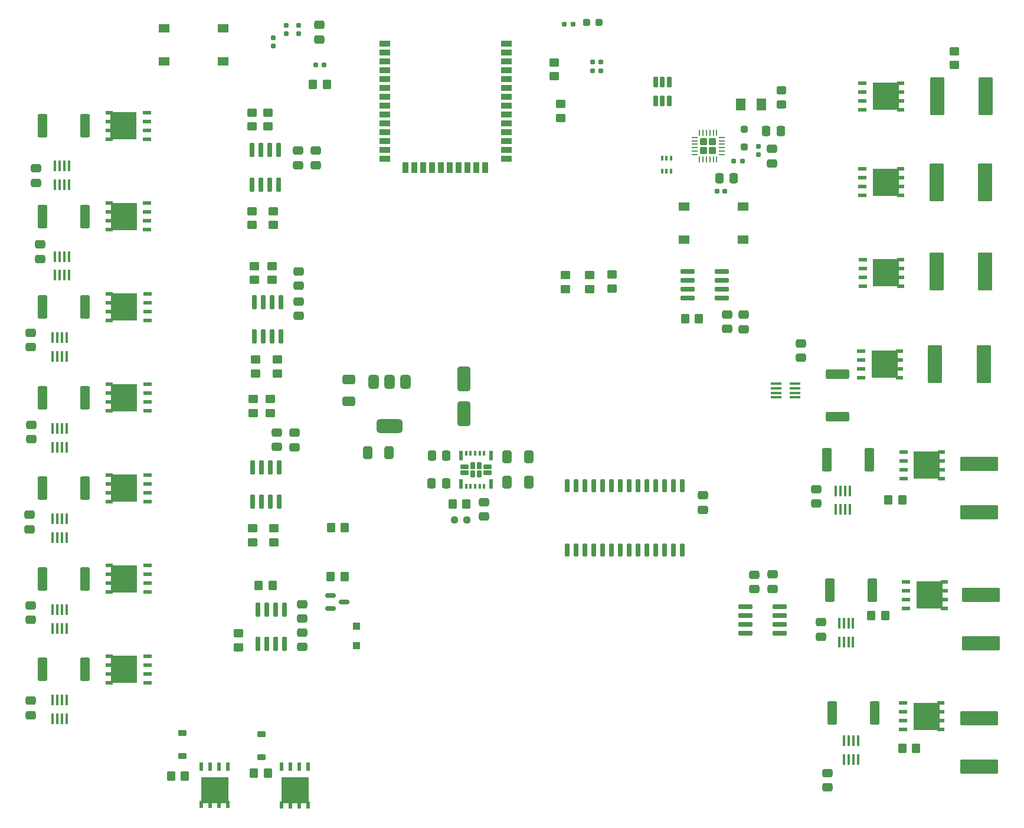
<source format=gbr>
%TF.GenerationSoftware,KiCad,Pcbnew,8.0.1*%
%TF.CreationDate,2025-12-10T18:54:55+01:00*%
%TF.ProjectId,PowerBox2.2 KICAD,506f7765-7242-46f7-9832-2e32204b4943,rev?*%
%TF.SameCoordinates,Original*%
%TF.FileFunction,Paste,Top*%
%TF.FilePolarity,Positive*%
%FSLAX46Y46*%
G04 Gerber Fmt 4.6, Leading zero omitted, Abs format (unit mm)*
G04 Created by KiCad (PCBNEW 8.0.1) date 2025-12-10 18:54:55*
%MOMM*%
%LPD*%
G01*
G04 APERTURE LIST*
G04 Aperture macros list*
%AMRoundRect*
0 Rectangle with rounded corners*
0 $1 Rounding radius*
0 $2 $3 $4 $5 $6 $7 $8 $9 X,Y pos of 4 corners*
0 Add a 4 corners polygon primitive as box body*
4,1,4,$2,$3,$4,$5,$6,$7,$8,$9,$2,$3,0*
0 Add four circle primitives for the rounded corners*
1,1,$1+$1,$2,$3*
1,1,$1+$1,$4,$5*
1,1,$1+$1,$6,$7*
1,1,$1+$1,$8,$9*
0 Add four rect primitives between the rounded corners*
20,1,$1+$1,$2,$3,$4,$5,0*
20,1,$1+$1,$4,$5,$6,$7,0*
20,1,$1+$1,$6,$7,$8,$9,0*
20,1,$1+$1,$8,$9,$2,$3,0*%
G04 Aperture macros list end*
%ADD10RoundRect,0.100000X-0.100000X0.225000X-0.100000X-0.225000X0.100000X-0.225000X0.100000X0.225000X0*%
%ADD11RoundRect,0.249999X-0.450001X-1.425001X0.450001X-1.425001X0.450001X1.425001X-0.450001X1.425001X0*%
%ADD12RoundRect,0.162500X-0.162500X0.617500X-0.162500X-0.617500X0.162500X-0.617500X0.162500X0.617500X0*%
%ADD13RoundRect,0.250000X-0.450000X0.350000X-0.450000X-0.350000X0.450000X-0.350000X0.450000X0.350000X0*%
%ADD14RoundRect,0.250000X0.350000X0.450000X-0.350000X0.450000X-0.350000X-0.450000X0.350000X-0.450000X0*%
%ADD15RoundRect,0.250000X0.450000X-0.350000X0.450000X0.350000X-0.450000X0.350000X-0.450000X-0.350000X0*%
%ADD16RoundRect,0.225000X-0.375000X0.225000X-0.375000X-0.225000X0.375000X-0.225000X0.375000X0.225000X0*%
%ADD17RoundRect,0.160000X-0.197500X-0.160000X0.197500X-0.160000X0.197500X0.160000X-0.197500X0.160000X0*%
%ADD18RoundRect,0.155000X-0.155000X0.212500X-0.155000X-0.212500X0.155000X-0.212500X0.155000X0.212500X0*%
%ADD19RoundRect,0.100000X-0.100000X0.680000X-0.100000X-0.680000X0.100000X-0.680000X0.100000X0.680000X0*%
%ADD20RoundRect,0.250001X-2.474999X0.799999X-2.474999X-0.799999X2.474999X-0.799999X2.474999X0.799999X0*%
%ADD21RoundRect,0.155000X0.155000X-0.212500X0.155000X0.212500X-0.155000X0.212500X-0.155000X-0.212500X0*%
%ADD22RoundRect,0.050050X-0.274950X0.424950X-0.274950X-0.424950X0.274950X-0.424950X0.274950X0.424950X0*%
%ADD23RoundRect,0.049800X-0.525200X0.250200X-0.525200X-0.250200X0.525200X-0.250200X0.525200X0.250200X0*%
%ADD24RoundRect,0.050000X-0.200000X0.650000X-0.200000X-0.650000X0.200000X-0.650000X0.200000X0.650000X0*%
%ADD25RoundRect,0.050050X-0.124950X0.299950X-0.124950X-0.299950X0.124950X-0.299950X0.124950X0.299950X0*%
%ADD26RoundRect,0.250000X0.300000X-0.300000X0.300000X0.300000X-0.300000X0.300000X-0.300000X-0.300000X0*%
%ADD27RoundRect,0.250000X-0.412500X-0.650000X0.412500X-0.650000X0.412500X0.650000X-0.412500X0.650000X0*%
%ADD28RoundRect,0.042000X-0.258000X0.943000X-0.258000X-0.943000X0.258000X-0.943000X0.258000X0.943000X0*%
%ADD29RoundRect,0.250000X-0.475000X0.337500X-0.475000X-0.337500X0.475000X-0.337500X0.475000X0.337500X0*%
%ADD30RoundRect,0.250000X-0.650000X1.500000X-0.650000X-1.500000X0.650000X-1.500000X0.650000X1.500000X0*%
%ADD31RoundRect,0.160000X0.197500X0.160000X-0.197500X0.160000X-0.197500X-0.160000X0.197500X-0.160000X0*%
%ADD32R,1.270000X0.610000*%
%ADD33R,3.810000X3.910000*%
%ADD34R,1.020000X0.610000*%
%ADD35RoundRect,0.250000X0.475000X-0.337500X0.475000X0.337500X-0.475000X0.337500X-0.475000X-0.337500X0*%
%ADD36RoundRect,0.250000X-0.350000X-0.450000X0.350000X-0.450000X0.350000X0.450000X-0.350000X0.450000X0*%
%ADD37RoundRect,0.042000X-0.943000X-0.258000X0.943000X-0.258000X0.943000X0.258000X-0.943000X0.258000X0*%
%ADD38RoundRect,0.250000X-0.650000X0.412500X-0.650000X-0.412500X0.650000X-0.412500X0.650000X0.412500X0*%
%ADD39RoundRect,0.250001X0.799999X2.474999X-0.799999X2.474999X-0.799999X-2.474999X0.799999X-2.474999X0*%
%ADD40R,1.550000X1.300000*%
%ADD41RoundRect,0.249999X0.450001X1.425001X-0.450001X1.425001X-0.450001X-1.425001X0.450001X-1.425001X0*%
%ADD42RoundRect,0.250000X0.337500X0.475000X-0.337500X0.475000X-0.337500X-0.475000X0.337500X-0.475000X0*%
%ADD43RoundRect,0.375000X-0.375000X0.625000X-0.375000X-0.625000X0.375000X-0.625000X0.375000X0.625000X0*%
%ADD44RoundRect,0.500000X-1.400000X0.500000X-1.400000X-0.500000X1.400000X-0.500000X1.400000X0.500000X0*%
%ADD45RoundRect,0.155000X-0.212500X-0.155000X0.212500X-0.155000X0.212500X0.155000X-0.212500X0.155000X0*%
%ADD46RoundRect,0.160000X-0.160000X0.197500X-0.160000X-0.197500X0.160000X-0.197500X0.160000X0.197500X0*%
%ADD47RoundRect,0.250000X0.275000X-0.275000X0.275000X0.275000X-0.275000X0.275000X-0.275000X-0.275000X0*%
%ADD48RoundRect,0.062500X0.062500X-0.350000X0.062500X0.350000X-0.062500X0.350000X-0.062500X-0.350000X0*%
%ADD49RoundRect,0.062500X0.350000X-0.062500X0.350000X0.062500X-0.350000X0.062500X-0.350000X-0.062500X0*%
%ADD50R,0.610000X1.270000*%
%ADD51R,3.910000X3.810000*%
%ADD52R,0.610000X1.020000*%
%ADD53RoundRect,0.090000X-0.210000X0.865000X-0.210000X-0.865000X0.210000X-0.865000X0.210000X0.865000X0*%
%ADD54RoundRect,0.250000X-0.337500X-0.475000X0.337500X-0.475000X0.337500X0.475000X-0.337500X0.475000X0*%
%ADD55RoundRect,0.249999X-1.425001X0.450001X-1.425001X-0.450001X1.425001X-0.450001X1.425001X0.450001X0*%
%ADD56RoundRect,0.250000X0.250000X-0.250000X0.250000X0.250000X-0.250000X0.250000X-0.250000X-0.250000X0*%
%ADD57RoundRect,0.250000X0.412500X0.650000X-0.412500X0.650000X-0.412500X-0.650000X0.412500X-0.650000X0*%
%ADD58RoundRect,0.237500X0.287500X0.237500X-0.287500X0.237500X-0.287500X-0.237500X0.287500X-0.237500X0*%
%ADD59RoundRect,0.250001X0.462499X0.624999X-0.462499X0.624999X-0.462499X-0.624999X0.462499X-0.624999X0*%
%ADD60RoundRect,0.237500X0.250000X0.237500X-0.250000X0.237500X-0.250000X-0.237500X0.250000X-0.237500X0*%
%ADD61RoundRect,0.250000X-0.450000X0.325000X-0.450000X-0.325000X0.450000X-0.325000X0.450000X0.325000X0*%
%ADD62RoundRect,0.100000X0.680000X0.100000X-0.680000X0.100000X-0.680000X-0.100000X0.680000X-0.100000X0*%
%ADD63R,1.500000X0.900000*%
%ADD64R,0.900000X1.500000*%
%ADD65RoundRect,0.150000X-0.587500X-0.150000X0.587500X-0.150000X0.587500X0.150000X-0.587500X0.150000X0*%
G04 APERTURE END LIST*
D10*
%TO.C,Q14*%
X177750000Y-67312500D03*
X177100000Y-67312500D03*
X176450000Y-67312500D03*
X176450000Y-69212500D03*
X177100000Y-69212500D03*
X177750000Y-69212500D03*
%TD*%
D11*
%TO.C,R8*%
X87600000Y-75695000D03*
X93700000Y-75695000D03*
%TD*%
D12*
%TO.C,U13*%
X177450000Y-56412500D03*
X176500000Y-56412500D03*
X175550000Y-56412500D03*
X175550000Y-59112500D03*
X176500000Y-59112500D03*
X177450000Y-59112500D03*
%TD*%
D11*
%TO.C,R14*%
X87600000Y-101695000D03*
X93700000Y-101695000D03*
%TD*%
D13*
%TO.C,R53*%
X117979000Y-82816000D03*
X117979000Y-84816000D03*
%TD*%
%TO.C,R61*%
X115650000Y-135500000D03*
X115650000Y-137500000D03*
%TD*%
D14*
%TO.C,R12*%
X212900000Y-152000000D03*
X210900000Y-152000000D03*
%TD*%
D15*
%TO.C,R41*%
X117614000Y-62800000D03*
X117614000Y-60800000D03*
%TD*%
D16*
%TO.C,D2*%
X107600000Y-149800000D03*
X107600000Y-153100000D03*
%TD*%
D11*
%TO.C,R16*%
X200476000Y-129301000D03*
X206576000Y-129301000D03*
%TD*%
D17*
%TO.C,R37*%
X162452500Y-48100000D03*
X163647500Y-48100000D03*
%TD*%
D13*
%TO.C,R11*%
X162600000Y-84100000D03*
X162600000Y-86100000D03*
%TD*%
%TO.C,R52*%
X120519000Y-82800000D03*
X120519000Y-84800000D03*
%TD*%
D18*
%TO.C,C50*%
X124300000Y-48315000D03*
X124300000Y-49450000D03*
%TD*%
D19*
%TO.C,U10*%
X91010000Y-132095000D03*
X90360000Y-132095000D03*
X89700000Y-132095000D03*
X89050000Y-132095000D03*
X89050000Y-134795000D03*
X89700000Y-134795000D03*
X90360000Y-134795000D03*
X91010000Y-134795000D03*
%TD*%
D13*
%TO.C,R46*%
X120240000Y-101900000D03*
X120240000Y-103900000D03*
%TD*%
D20*
%TO.C,F1*%
X221900000Y-147725000D03*
X221900000Y-154675000D03*
%TD*%
D21*
%TO.C,C39*%
X120650000Y-51217500D03*
X120650000Y-50082500D03*
%TD*%
D19*
%TO.C,U16*%
X91010000Y-145095000D03*
X90360000Y-145095000D03*
X89700000Y-145095000D03*
X89050000Y-145095000D03*
X89050000Y-147795000D03*
X89700000Y-147795000D03*
X90360000Y-147795000D03*
X91010000Y-147795000D03*
%TD*%
D22*
%TO.C,U22*%
X150225000Y-111425000D03*
X149275000Y-111425000D03*
D23*
X151425000Y-111625000D03*
X148075000Y-111625000D03*
X151425000Y-112475000D03*
X148075000Y-112475000D03*
D22*
X150225000Y-112675000D03*
X149275000Y-112675000D03*
D24*
X151895000Y-110050000D03*
D25*
X150920000Y-109700000D03*
X150270000Y-109700000D03*
X149620000Y-109700000D03*
X148970000Y-109700000D03*
X148320000Y-109700000D03*
D24*
X147595000Y-110050000D03*
X147595000Y-114050000D03*
D25*
X148320000Y-114400000D03*
X148970000Y-114400000D03*
X149620000Y-114400000D03*
X150270000Y-114400000D03*
X150920000Y-114400000D03*
D24*
X151895000Y-114050000D03*
%TD*%
D26*
%TO.C,D5*%
X132650000Y-137250000D03*
X132650000Y-134450000D03*
%TD*%
D27*
%TO.C,C3*%
X154237500Y-113850000D03*
X157362500Y-113850000D03*
%TD*%
D28*
%TO.C,U20*%
X121424000Y-66191000D03*
X120154000Y-66191000D03*
X118884000Y-66191000D03*
X117614000Y-66191000D03*
X117614000Y-71131000D03*
X118884000Y-71131000D03*
X120154000Y-71131000D03*
X121424000Y-71131000D03*
%TD*%
D29*
%TO.C,C30*%
X185750000Y-89750000D03*
X185750000Y-91825000D03*
%TD*%
D18*
%TO.C,C52*%
X190250000Y-65677500D03*
X190250000Y-66812500D03*
%TD*%
D30*
%TO.C,D6*%
X148000000Y-99000000D03*
X148000000Y-104000000D03*
%TD*%
D15*
%TO.C,R48*%
X120748000Y-122454000D03*
X120748000Y-120454000D03*
%TD*%
D31*
%TO.C,R36*%
X167650000Y-53550000D03*
X166455000Y-53550000D03*
%TD*%
D32*
%TO.C,Q17*%
X205230000Y-81895000D03*
X205230000Y-83165000D03*
X205230000Y-84435000D03*
X205230000Y-85705000D03*
D33*
X208590000Y-83800000D03*
D34*
X210695000Y-81895000D03*
X210695000Y-83165000D03*
X210695000Y-84435000D03*
X210695000Y-85705000D03*
%TD*%
D29*
%TO.C,C16*%
X85700000Y-118500000D03*
X85700000Y-120575000D03*
%TD*%
D35*
%TO.C,C34*%
X123700000Y-108825000D03*
X123700000Y-106750000D03*
%TD*%
D36*
%TO.C,R28*%
X128950000Y-120350000D03*
X130950000Y-120350000D03*
%TD*%
D32*
%TO.C,Q10*%
X102600000Y-116600000D03*
X102600000Y-115330000D03*
X102600000Y-114060000D03*
X102600000Y-112790000D03*
D33*
X99240000Y-114695000D03*
D34*
X97135000Y-116600000D03*
X97135000Y-115330000D03*
X97135000Y-114060000D03*
X97135000Y-112790000D03*
%TD*%
D29*
%TO.C,C19*%
X199250000Y-133912500D03*
X199250000Y-135987500D03*
%TD*%
D32*
%TO.C,Q6*%
X102570000Y-64600000D03*
X102570000Y-63330000D03*
X102570000Y-62060000D03*
X102570000Y-60790000D03*
D33*
X99210000Y-62695000D03*
D34*
X97105000Y-64600000D03*
X97105000Y-63330000D03*
X97105000Y-62060000D03*
X97105000Y-60790000D03*
%TD*%
D37*
%TO.C,U1*%
X188410000Y-131670000D03*
X188410000Y-132940000D03*
X188410000Y-134210000D03*
X188410000Y-135480000D03*
X193350000Y-135480000D03*
X193350000Y-134210000D03*
X193350000Y-132940000D03*
X193350000Y-131670000D03*
%TD*%
D29*
%TO.C,C22*%
X124329000Y-87902999D03*
X124329000Y-89977999D03*
%TD*%
D19*
%TO.C,U18*%
X203860000Y-134100000D03*
X203210000Y-134100000D03*
X202550000Y-134100000D03*
X201900000Y-134100000D03*
X201900000Y-136800000D03*
X202550000Y-136800000D03*
X203210000Y-136800000D03*
X203860000Y-136800000D03*
%TD*%
D29*
%TO.C,C8*%
X85900000Y-92400000D03*
X85900000Y-94475000D03*
%TD*%
%TO.C,C44*%
X127250000Y-48225000D03*
X127250000Y-50300000D03*
%TD*%
D38*
%TO.C,C56*%
X131500000Y-99087500D03*
X131500000Y-102212500D03*
%TD*%
D35*
%TO.C,C37*%
X196400000Y-95975000D03*
X196400000Y-93900000D03*
%TD*%
D31*
%TO.C,R2*%
X127994500Y-53975000D03*
X126799500Y-53975000D03*
%TD*%
D13*
%TO.C,R21*%
X169300000Y-84050000D03*
X169300000Y-86050000D03*
%TD*%
D35*
%TO.C,C4*%
X87250000Y-81787500D03*
X87250000Y-79712500D03*
%TD*%
D16*
%TO.C,D3*%
X119000000Y-150000000D03*
X119000000Y-153300000D03*
%TD*%
D39*
%TO.C,F3*%
X222883000Y-58465000D03*
X215933000Y-58465000D03*
%TD*%
D40*
%TO.C,SW2*%
X113447000Y-53431000D03*
X104972000Y-53431000D03*
X113447000Y-48681000D03*
X104972000Y-48681000D03*
%TD*%
D41*
%TO.C,R18*%
X206179000Y-110623000D03*
X200079000Y-110623000D03*
%TD*%
D42*
%TO.C,C7*%
X145450000Y-113975000D03*
X143375000Y-113975000D03*
%TD*%
D29*
%TO.C,C29*%
X188150000Y-89787500D03*
X188150000Y-91862500D03*
%TD*%
D39*
%TO.C,F6*%
X222756000Y-83611000D03*
X215806000Y-83611000D03*
%TD*%
D32*
%TO.C,Q16*%
X205200000Y-56590000D03*
X205200000Y-57860000D03*
X205200000Y-59130000D03*
X205200000Y-60400000D03*
D33*
X208560000Y-58495000D03*
D34*
X210665000Y-56590000D03*
X210665000Y-57860000D03*
X210665000Y-59130000D03*
X210665000Y-60400000D03*
%TD*%
D32*
%TO.C,Q8*%
X102600000Y-90600000D03*
X102600000Y-89330000D03*
X102600000Y-88060000D03*
X102600000Y-86790000D03*
D33*
X99240000Y-88695000D03*
D34*
X97135000Y-90600000D03*
X97135000Y-89330000D03*
X97135000Y-88060000D03*
X97135000Y-86790000D03*
%TD*%
D36*
%TO.C,R33*%
X146375000Y-117000000D03*
X148375000Y-117000000D03*
%TD*%
D43*
%TO.C,U15*%
X139650000Y-99450000D03*
X137350000Y-99450000D03*
D44*
X137350000Y-105750000D03*
D43*
X135050000Y-99450000D03*
%TD*%
D32*
%TO.C,Q7*%
X102600000Y-103600000D03*
X102600000Y-102330000D03*
X102600000Y-101060000D03*
X102600000Y-99790000D03*
D33*
X99240000Y-101695000D03*
D34*
X97135000Y-103600000D03*
X97135000Y-102330000D03*
X97135000Y-101060000D03*
X97135000Y-99790000D03*
%TD*%
D19*
%TO.C,U4*%
X91340000Y-68445000D03*
X90690000Y-68445000D03*
X90030000Y-68445000D03*
X89380000Y-68445000D03*
X89380000Y-71145000D03*
X90030000Y-71145000D03*
X90690000Y-71145000D03*
X91340000Y-71145000D03*
%TD*%
D29*
%TO.C,C26*%
X126758000Y-66283500D03*
X126758000Y-68358500D03*
%TD*%
D19*
%TO.C,U3*%
X91340000Y-81445000D03*
X90690000Y-81445000D03*
X90030000Y-81445000D03*
X89380000Y-81445000D03*
X89380000Y-84145000D03*
X90030000Y-84145000D03*
X90690000Y-84145000D03*
X91340000Y-84145000D03*
%TD*%
D32*
%TO.C,Q4*%
X205200000Y-68895000D03*
X205200000Y-70165000D03*
X205200000Y-71435000D03*
X205200000Y-72705000D03*
D33*
X208560000Y-70800000D03*
D34*
X210665000Y-68895000D03*
X210665000Y-70165000D03*
X210665000Y-71435000D03*
X210665000Y-72705000D03*
%TD*%
D35*
%TO.C,C35*%
X121150000Y-108787500D03*
X121150000Y-106712500D03*
%TD*%
D28*
%TO.C,U26*%
X121789000Y-87972999D03*
X120519000Y-87972999D03*
X119249000Y-87972999D03*
X117979000Y-87972999D03*
X117979000Y-92912999D03*
X119249000Y-92912999D03*
X120519000Y-92912999D03*
X121789000Y-92912999D03*
%TD*%
D32*
%TO.C,Q2*%
X211068000Y-109480000D03*
X211068000Y-110750000D03*
X211068000Y-112020000D03*
X211068000Y-113290000D03*
D33*
X214428000Y-111385000D03*
D34*
X216533000Y-109480000D03*
X216533000Y-110750000D03*
X216533000Y-112020000D03*
X216533000Y-113290000D03*
%TD*%
D36*
%TO.C,R1*%
X126381000Y-56769000D03*
X128381000Y-56769000D03*
%TD*%
D45*
%TO.C,C55*%
X184350000Y-72112500D03*
X185485000Y-72112500D03*
%TD*%
D36*
%TO.C,R27*%
X128900000Y-127400000D03*
X130900000Y-127400000D03*
%TD*%
D40*
%TO.C,SW1*%
X179600000Y-74250000D03*
X188075000Y-74250000D03*
X179600000Y-79000000D03*
X188075000Y-79000000D03*
%TD*%
D14*
%TO.C,R19*%
X119900000Y-155600000D03*
X117900000Y-155600000D03*
%TD*%
D15*
%TO.C,R55*%
X118100000Y-98250000D03*
X118100000Y-96250000D03*
%TD*%
D20*
%TO.C,F4*%
X221900000Y-111225000D03*
X221900000Y-118175000D03*
%TD*%
D29*
%TO.C,C53*%
X192250000Y-66025000D03*
X192250000Y-68100000D03*
%TD*%
D13*
%TO.C,R47*%
X117800000Y-101900000D03*
X117800000Y-103900000D03*
%TD*%
D11*
%TO.C,R9*%
X87600000Y-62695000D03*
X93700000Y-62695000D03*
%TD*%
D46*
%TO.C,R24*%
X122550000Y-48305000D03*
X122550000Y-49500000D03*
%TD*%
D20*
%TO.C,F2*%
X222200000Y-130025000D03*
X222200000Y-136975000D03*
%TD*%
D19*
%TO.C,U7*%
X91010000Y-93095000D03*
X90360000Y-93095000D03*
X89700000Y-93095000D03*
X89050000Y-93095000D03*
X89050000Y-95795000D03*
X89700000Y-95795000D03*
X90360000Y-95795000D03*
X91010000Y-95795000D03*
%TD*%
D15*
%TO.C,R6*%
X161000000Y-55590000D03*
X161000000Y-53590000D03*
%TD*%
D19*
%TO.C,U11*%
X91010000Y-119095000D03*
X90360000Y-119095000D03*
X89700000Y-119095000D03*
X89050000Y-119095000D03*
X89050000Y-121795000D03*
X89700000Y-121795000D03*
X90360000Y-121795000D03*
X91010000Y-121795000D03*
%TD*%
D47*
%TO.C,U14*%
X182400000Y-66250000D03*
X183700000Y-66250000D03*
X182400000Y-64950000D03*
X183700000Y-64950000D03*
D48*
X181800000Y-67537500D03*
X182300000Y-67537500D03*
X182800000Y-67537500D03*
X183300000Y-67537500D03*
X183800000Y-67537500D03*
X184300000Y-67537500D03*
D49*
X184987500Y-66850000D03*
X184987500Y-66350000D03*
X184987500Y-65850000D03*
X184987500Y-65350000D03*
X184987500Y-64850000D03*
X184987500Y-64350000D03*
D48*
X184300000Y-63662500D03*
X183800000Y-63662500D03*
X183300000Y-63662500D03*
X182800000Y-63662500D03*
X182300000Y-63662500D03*
X181800000Y-63662500D03*
D49*
X181112500Y-64350000D03*
X181112500Y-64850000D03*
X181112500Y-65350000D03*
X181112500Y-65850000D03*
X181112500Y-66350000D03*
X181112500Y-66850000D03*
%TD*%
D29*
%TO.C,C32*%
X124850000Y-131337500D03*
X124850000Y-133412500D03*
%TD*%
%TO.C,C21*%
X198600000Y-114825000D03*
X198600000Y-116900000D03*
%TD*%
D31*
%TO.C,R35*%
X167647500Y-54850000D03*
X166452500Y-54850000D03*
%TD*%
D13*
%TO.C,R40*%
X119900000Y-60800000D03*
X119900000Y-62800000D03*
%TD*%
D36*
%TO.C,R13*%
X208900000Y-116400000D03*
X210900000Y-116400000D03*
%TD*%
D32*
%TO.C,Q1*%
X211010000Y-145533000D03*
X211010000Y-146803000D03*
X211010000Y-148073000D03*
X211010000Y-149343000D03*
D33*
X214370000Y-147438000D03*
D34*
X216475000Y-145533000D03*
X216475000Y-146803000D03*
X216475000Y-148073000D03*
X216475000Y-149343000D03*
%TD*%
D28*
%TO.C,U29*%
X122320000Y-132085000D03*
X121050000Y-132085000D03*
X119780000Y-132085000D03*
X118510000Y-132085000D03*
X118510000Y-137025000D03*
X119780000Y-137025000D03*
X121050000Y-137025000D03*
X122320000Y-137025000D03*
%TD*%
D39*
%TO.C,F7*%
X222575000Y-96900000D03*
X215625000Y-96900000D03*
%TD*%
D14*
%TO.C,R3*%
X181750000Y-90387500D03*
X179750000Y-90387500D03*
%TD*%
D29*
%TO.C,C10*%
X86000000Y-105600000D03*
X86000000Y-107675000D03*
%TD*%
D50*
%TO.C,Q3*%
X114170000Y-154625000D03*
X112900000Y-154625000D03*
X111630000Y-154625000D03*
X110360000Y-154625000D03*
D51*
X112265000Y-157985000D03*
D52*
X114170000Y-160090000D03*
X112900000Y-160090000D03*
X111630000Y-160090000D03*
X110360000Y-160090000D03*
%TD*%
D53*
%TO.C,U8*%
X179320000Y-114330000D03*
X178050000Y-114330000D03*
X176780000Y-114330000D03*
X175510000Y-114330000D03*
X174240000Y-114330000D03*
X172970000Y-114330000D03*
X171700000Y-114330000D03*
X170430000Y-114330000D03*
X169160000Y-114330000D03*
X167890000Y-114330000D03*
X166620000Y-114330000D03*
X165350000Y-114330000D03*
X164080000Y-114330000D03*
X162810000Y-114330000D03*
X162810000Y-123550000D03*
X164080000Y-123550000D03*
X165350000Y-123550000D03*
X166620000Y-123550000D03*
X167890000Y-123550000D03*
X169160000Y-123550000D03*
X170430000Y-123550000D03*
X171700000Y-123550000D03*
X172970000Y-123550000D03*
X174240000Y-123550000D03*
X175510000Y-123550000D03*
X176780000Y-123550000D03*
X178050000Y-123550000D03*
X179320000Y-123550000D03*
%TD*%
D54*
%TO.C,C51*%
X191375000Y-63412500D03*
X193450000Y-63412500D03*
%TD*%
D55*
%TO.C,R32*%
X201600000Y-98350000D03*
X201600000Y-104450000D03*
%TD*%
D13*
%TO.C,R5*%
X161925000Y-59579000D03*
X161925000Y-61579000D03*
%TD*%
D32*
%TO.C,Q9*%
X102600000Y-129600000D03*
X102600000Y-128330000D03*
X102600000Y-127060000D03*
X102600000Y-125790000D03*
D33*
X99240000Y-127695000D03*
D34*
X97135000Y-129600000D03*
X97135000Y-128330000D03*
X97135000Y-127060000D03*
X97135000Y-125790000D03*
%TD*%
D28*
%TO.C,U23*%
X121510000Y-111704000D03*
X120240000Y-111704000D03*
X118970000Y-111704000D03*
X117700000Y-111704000D03*
X117700000Y-116644000D03*
X118970000Y-116644000D03*
X120240000Y-116644000D03*
X121510000Y-116644000D03*
%TD*%
D29*
%TO.C,C20*%
X200200000Y-155525000D03*
X200200000Y-157600000D03*
%TD*%
D15*
%TO.C,R30*%
X218400000Y-54000000D03*
X218400000Y-52000000D03*
%TD*%
%TO.C,R49*%
X117700000Y-122454000D03*
X117700000Y-120454000D03*
%TD*%
D39*
%TO.C,F5*%
X222756000Y-70784000D03*
X215806000Y-70784000D03*
%TD*%
D35*
%TO.C,C28*%
X192300000Y-129137500D03*
X192300000Y-127062500D03*
%TD*%
D32*
%TO.C,Q13*%
X211460000Y-128099000D03*
X211460000Y-129369000D03*
X211460000Y-130639000D03*
X211460000Y-131909000D03*
D33*
X214820000Y-130004000D03*
D34*
X216925000Y-128099000D03*
X216925000Y-129369000D03*
X216925000Y-130639000D03*
X216925000Y-131909000D03*
%TD*%
D41*
%TO.C,R15*%
X93700000Y-88695000D03*
X87600000Y-88695000D03*
%TD*%
D29*
%TO.C,C6*%
X86600000Y-68800000D03*
X86600000Y-70875000D03*
%TD*%
D35*
%TO.C,C23*%
X182341000Y-117797500D03*
X182341000Y-115722500D03*
%TD*%
D56*
%TO.C,D4*%
X188250000Y-65712500D03*
X188250000Y-63212500D03*
%TD*%
D57*
%TO.C,C38*%
X137312500Y-109550000D03*
X134187500Y-109550000D03*
%TD*%
D58*
%TO.C,D1*%
X167375000Y-47900000D03*
X165625000Y-47900000D03*
%TD*%
D29*
%TO.C,C12*%
X85900000Y-145162500D03*
X85900000Y-147237500D03*
%TD*%
D59*
%TO.C,F9*%
X190737500Y-59612500D03*
X187762500Y-59612500D03*
%TD*%
D41*
%TO.C,R17*%
X206948500Y-146900000D03*
X200848500Y-146900000D03*
%TD*%
D60*
%TO.C,R34*%
X148462500Y-119275000D03*
X146637500Y-119275000D03*
%TD*%
D29*
%TO.C,C18*%
X85900000Y-131500000D03*
X85900000Y-133575000D03*
%TD*%
D32*
%TO.C,Q12*%
X102600000Y-142600000D03*
X102600000Y-141330000D03*
X102600000Y-140060000D03*
X102600000Y-138790000D03*
D33*
X99240000Y-140695000D03*
D34*
X97135000Y-142600000D03*
X97135000Y-141330000D03*
X97135000Y-140060000D03*
X97135000Y-138790000D03*
%TD*%
D37*
%TO.C,U2*%
X180110000Y-83617500D03*
X180110000Y-84887500D03*
X180110000Y-86157500D03*
X180110000Y-87427500D03*
X185050000Y-87427500D03*
X185050000Y-86157500D03*
X185050000Y-84887500D03*
X185050000Y-83617500D03*
%TD*%
D17*
%TO.C,R29*%
X186752500Y-67762500D03*
X187947500Y-67762500D03*
%TD*%
D29*
%TO.C,C25*%
X124218000Y-66283500D03*
X124218000Y-68358500D03*
%TD*%
D19*
%TO.C,U19*%
X204550500Y-150899500D03*
X203900500Y-150899500D03*
X203240500Y-150899500D03*
X202590500Y-150899500D03*
X202590500Y-153599500D03*
X203240500Y-153599500D03*
X203900500Y-153599500D03*
X204550500Y-153599500D03*
%TD*%
D15*
%TO.C,R54*%
X121300000Y-98250000D03*
X121300000Y-96250000D03*
%TD*%
%TO.C,R42*%
X120662000Y-76941000D03*
X120662000Y-74941000D03*
%TD*%
D35*
%TO.C,C27*%
X189700000Y-129187500D03*
X189700000Y-127112500D03*
%TD*%
D50*
%TO.C,Q15*%
X125710000Y-154635000D03*
X124440000Y-154635000D03*
X123170000Y-154635000D03*
X121900000Y-154635000D03*
D51*
X123805000Y-157995000D03*
D52*
X125710000Y-160100000D03*
X124440000Y-160100000D03*
X123170000Y-160100000D03*
X121900000Y-160100000D03*
%TD*%
D15*
%TO.C,R44*%
X117614000Y-76941000D03*
X117614000Y-74941000D03*
%TD*%
D61*
%TO.C,FB2*%
X193550000Y-57625000D03*
X193550000Y-59675000D03*
%TD*%
D27*
%TO.C,C2*%
X154225000Y-110200000D03*
X157350000Y-110200000D03*
%TD*%
D41*
%TO.C,R22*%
X93700000Y-114695000D03*
X87600000Y-114695000D03*
%TD*%
%TO.C,R20*%
X93700000Y-140695000D03*
X87600000Y-140695000D03*
%TD*%
D32*
%TO.C,Q18*%
X205025000Y-94995000D03*
X205025000Y-96265000D03*
X205025000Y-97535000D03*
X205025000Y-98805000D03*
D33*
X208385000Y-96900000D03*
D34*
X210490000Y-94995000D03*
X210490000Y-96265000D03*
X210490000Y-97535000D03*
X210490000Y-98805000D03*
%TD*%
D19*
%TO.C,U5*%
X91010000Y-106095000D03*
X90360000Y-106095000D03*
X89700000Y-106095000D03*
X89050000Y-106095000D03*
X89050000Y-108795000D03*
X89700000Y-108795000D03*
X90360000Y-108795000D03*
X91010000Y-108795000D03*
%TD*%
D54*
%TO.C,C54*%
X184657000Y-70211500D03*
X186732000Y-70211500D03*
%TD*%
D62*
%TO.C,U17*%
X195500000Y-101660000D03*
X195500000Y-101010000D03*
X195500000Y-100350000D03*
X195500000Y-99700000D03*
X192800000Y-99700000D03*
X192800000Y-100350000D03*
X192800000Y-101010000D03*
X192800000Y-101660000D03*
%TD*%
D19*
%TO.C,U21*%
X203364000Y-115058000D03*
X202714000Y-115058000D03*
X202054000Y-115058000D03*
X201404000Y-115058000D03*
X201404000Y-117758000D03*
X202054000Y-117758000D03*
X202714000Y-117758000D03*
X203364000Y-117758000D03*
%TD*%
D35*
%TO.C,C33*%
X124850000Y-137450000D03*
X124850000Y-135375000D03*
%TD*%
%TO.C,C24*%
X124320000Y-85670500D03*
X124320000Y-83595500D03*
%TD*%
D14*
%TO.C,R7*%
X108000000Y-156000000D03*
X106000000Y-156000000D03*
%TD*%
D42*
%TO.C,C5*%
X145525000Y-110050000D03*
X143450000Y-110050000D03*
%TD*%
D35*
%TO.C,C1*%
X150900000Y-118775000D03*
X150900000Y-116700000D03*
%TD*%
D14*
%TO.C,R59*%
X120550000Y-128650000D03*
X118550000Y-128650000D03*
%TD*%
D13*
%TO.C,R10*%
X166050000Y-84100000D03*
X166050000Y-86100000D03*
%TD*%
D36*
%TO.C,R4*%
X206454000Y-132925000D03*
X208454000Y-132925000D03*
%TD*%
D63*
%TO.C,U12*%
X136641000Y-50924000D03*
X136641000Y-52194000D03*
X136641000Y-53464000D03*
X136641000Y-54734000D03*
X136641000Y-56004000D03*
X136641000Y-57274000D03*
X136641000Y-58544000D03*
X136641000Y-59814000D03*
X136641000Y-61084000D03*
X136641000Y-62354000D03*
X136641000Y-63624000D03*
X136641000Y-64894000D03*
X136641000Y-66164000D03*
X136641000Y-67434000D03*
D64*
X139676000Y-68684000D03*
X140946000Y-68684000D03*
X142216000Y-68684000D03*
X143486000Y-68684000D03*
X144756000Y-68684000D03*
X146026000Y-68684000D03*
X147296000Y-68684000D03*
X148566000Y-68684000D03*
X149836000Y-68684000D03*
X151106000Y-68684000D03*
D63*
X154141000Y-67434000D03*
X154141000Y-66164000D03*
X154141000Y-64894000D03*
X154141000Y-63624000D03*
X154141000Y-62354000D03*
X154141000Y-61084000D03*
X154141000Y-59814000D03*
X154141000Y-58544000D03*
X154141000Y-57274000D03*
X154141000Y-56004000D03*
X154141000Y-54734000D03*
X154141000Y-53464000D03*
X154141000Y-52194000D03*
X154141000Y-50924000D03*
%TD*%
D41*
%TO.C,R23*%
X93700000Y-127695000D03*
X87600000Y-127695000D03*
%TD*%
D65*
%TO.C,Q19*%
X128925000Y-130050000D03*
X128925000Y-131950000D03*
X130800000Y-131000000D03*
%TD*%
D32*
%TO.C,Q5*%
X102575000Y-77600000D03*
X102575000Y-76330000D03*
X102575000Y-75060000D03*
X102575000Y-73790000D03*
D33*
X99215000Y-75695000D03*
D34*
X97110000Y-77600000D03*
X97110000Y-76330000D03*
X97110000Y-75060000D03*
X97110000Y-73790000D03*
%TD*%
M02*

</source>
